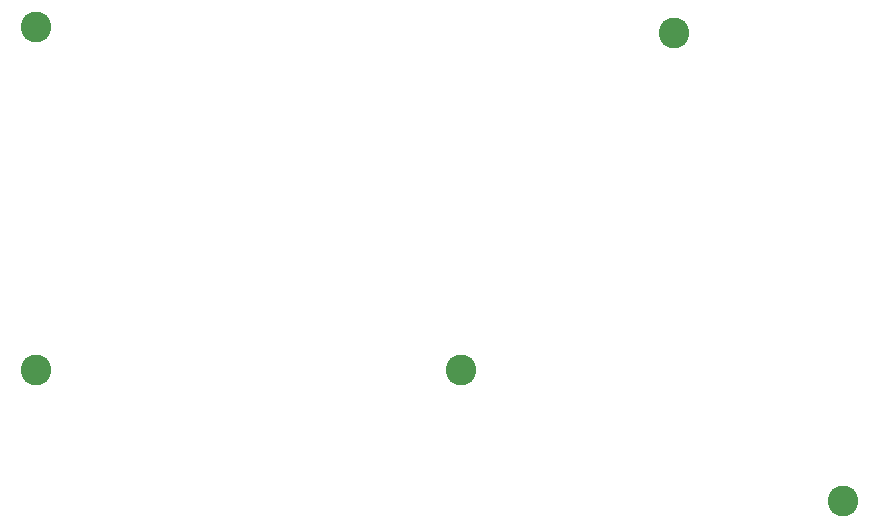
<source format=gts>
G04 #@! TF.GenerationSoftware,KiCad,Pcbnew,7.0.2-0*
G04 #@! TF.CreationDate,2023-06-12T23:03:57+02:00*
G04 #@! TF.ProjectId,plates,706c6174-6573-42e6-9b69-6361645f7063,0.4.3*
G04 #@! TF.SameCoordinates,Original*
G04 #@! TF.FileFunction,Soldermask,Top*
G04 #@! TF.FilePolarity,Negative*
%FSLAX46Y46*%
G04 Gerber Fmt 4.6, Leading zero omitted, Abs format (unit mm)*
G04 Created by KiCad (PCBNEW 7.0.2-0) date 2023-06-12 23:03:57*
%MOMM*%
%LPD*%
G01*
G04 APERTURE LIST*
%ADD10C,2.600000*%
G04 APERTURE END LIST*
D10*
X148510701Y-123849903D03*
X116229546Y-112739469D03*
X80229546Y-112739970D03*
X80229545Y-83739972D03*
X134228545Y-84239474D03*
M02*

</source>
